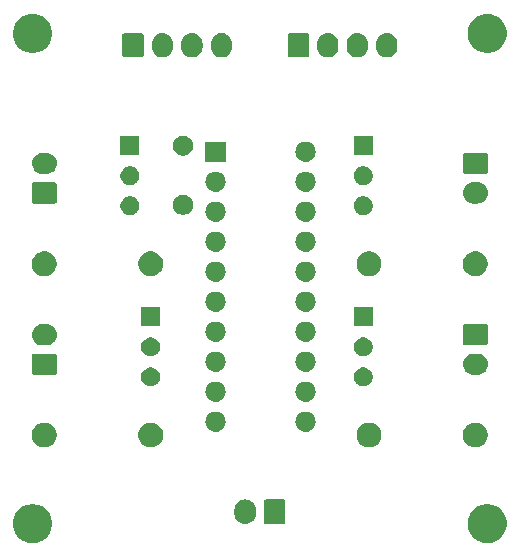
<source format=gbr>
G04 #@! TF.GenerationSoftware,KiCad,Pcbnew,(5.1.4)-1*
G04 #@! TF.CreationDate,2020-01-25T09:52:24+02:00*
G04 #@! TF.ProjectId,4_switch_array,345f7377-6974-4636-985f-61727261792e,rev?*
G04 #@! TF.SameCoordinates,Original*
G04 #@! TF.FileFunction,Soldermask,Top*
G04 #@! TF.FilePolarity,Negative*
%FSLAX46Y46*%
G04 Gerber Fmt 4.6, Leading zero omitted, Abs format (unit mm)*
G04 Created by KiCad (PCBNEW (5.1.4)-1) date 2020-01-25 09:52:24*
%MOMM*%
%LPD*%
G04 APERTURE LIST*
%ADD10C,0.100000*%
G04 APERTURE END LIST*
D10*
G36*
X166375256Y-76891298D02*
G01*
X166481579Y-76912447D01*
X166782042Y-77036903D01*
X167052451Y-77217585D01*
X167282415Y-77447549D01*
X167463097Y-77717958D01*
X167578460Y-77996468D01*
X167587553Y-78018422D01*
X167641611Y-78290186D01*
X167651000Y-78337391D01*
X167651000Y-78662609D01*
X167587553Y-78981579D01*
X167463097Y-79282042D01*
X167282415Y-79552451D01*
X167052451Y-79782415D01*
X166782042Y-79963097D01*
X166481579Y-80087553D01*
X166375256Y-80108702D01*
X166162611Y-80151000D01*
X165837389Y-80151000D01*
X165624744Y-80108702D01*
X165518421Y-80087553D01*
X165217958Y-79963097D01*
X164947549Y-79782415D01*
X164717585Y-79552451D01*
X164536903Y-79282042D01*
X164412447Y-78981579D01*
X164349000Y-78662609D01*
X164349000Y-78337391D01*
X164358390Y-78290186D01*
X164412447Y-78018422D01*
X164421541Y-77996468D01*
X164536903Y-77717958D01*
X164717585Y-77447549D01*
X164947549Y-77217585D01*
X165217958Y-77036903D01*
X165518421Y-76912447D01*
X165624744Y-76891298D01*
X165837389Y-76849000D01*
X166162611Y-76849000D01*
X166375256Y-76891298D01*
X166375256Y-76891298D01*
G37*
G36*
X127875256Y-76891298D02*
G01*
X127981579Y-76912447D01*
X128282042Y-77036903D01*
X128552451Y-77217585D01*
X128782415Y-77447549D01*
X128963097Y-77717958D01*
X129078460Y-77996468D01*
X129087553Y-78018422D01*
X129141611Y-78290186D01*
X129151000Y-78337391D01*
X129151000Y-78662609D01*
X129087553Y-78981579D01*
X128963097Y-79282042D01*
X128782415Y-79552451D01*
X128552451Y-79782415D01*
X128282042Y-79963097D01*
X127981579Y-80087553D01*
X127875256Y-80108702D01*
X127662611Y-80151000D01*
X127337389Y-80151000D01*
X127124744Y-80108702D01*
X127018421Y-80087553D01*
X126717958Y-79963097D01*
X126447549Y-79782415D01*
X126217585Y-79552451D01*
X126036903Y-79282042D01*
X125912447Y-78981579D01*
X125849000Y-78662609D01*
X125849000Y-78337391D01*
X125858390Y-78290186D01*
X125912447Y-78018422D01*
X125921541Y-77996468D01*
X126036903Y-77717958D01*
X126217585Y-77447549D01*
X126447549Y-77217585D01*
X126717958Y-77036903D01*
X127018421Y-76912447D01*
X127124744Y-76891298D01*
X127337389Y-76849000D01*
X127662611Y-76849000D01*
X127875256Y-76891298D01*
X127875256Y-76891298D01*
G37*
G36*
X145676627Y-76462037D02*
G01*
X145846466Y-76513557D01*
X146002991Y-76597222D01*
X146038729Y-76626552D01*
X146140186Y-76709814D01*
X146223448Y-76811271D01*
X146252778Y-76847009D01*
X146336443Y-77003534D01*
X146387963Y-77173374D01*
X146401000Y-77305743D01*
X146401000Y-77694258D01*
X146387963Y-77826627D01*
X146336443Y-77996466D01*
X146252778Y-78152991D01*
X146223448Y-78188729D01*
X146140186Y-78290186D01*
X146002989Y-78402779D01*
X145846467Y-78486442D01*
X145846465Y-78486443D01*
X145676626Y-78537963D01*
X145500000Y-78555359D01*
X145323373Y-78537963D01*
X145153534Y-78486443D01*
X144997009Y-78402778D01*
X144954750Y-78368097D01*
X144859814Y-78290186D01*
X144747221Y-78152989D01*
X144663558Y-77996467D01*
X144663557Y-77996465D01*
X144612037Y-77826626D01*
X144605519Y-77760442D01*
X144599000Y-77694259D01*
X144599000Y-77305740D01*
X144612037Y-77173375D01*
X144612037Y-77173373D01*
X144663557Y-77003534D01*
X144747222Y-76847009D01*
X144859815Y-76709815D01*
X144997010Y-76597222D01*
X145153535Y-76513557D01*
X145323374Y-76462037D01*
X145500000Y-76444641D01*
X145676627Y-76462037D01*
X145676627Y-76462037D01*
G37*
G36*
X148758600Y-76452989D02*
G01*
X148791652Y-76463015D01*
X148822103Y-76479292D01*
X148848799Y-76501201D01*
X148870708Y-76527897D01*
X148886985Y-76558348D01*
X148897011Y-76591400D01*
X148901000Y-76631903D01*
X148901000Y-78368097D01*
X148897011Y-78408600D01*
X148886985Y-78441652D01*
X148870708Y-78472103D01*
X148848799Y-78498799D01*
X148822103Y-78520708D01*
X148791652Y-78536985D01*
X148758600Y-78547011D01*
X148718097Y-78551000D01*
X147281903Y-78551000D01*
X147241400Y-78547011D01*
X147208348Y-78536985D01*
X147177897Y-78520708D01*
X147151201Y-78498799D01*
X147129292Y-78472103D01*
X147113015Y-78441652D01*
X147102989Y-78408600D01*
X147099000Y-78368097D01*
X147099000Y-76631903D01*
X147102989Y-76591400D01*
X147113015Y-76558348D01*
X147129292Y-76527897D01*
X147151201Y-76501201D01*
X147177897Y-76479292D01*
X147208348Y-76463015D01*
X147241400Y-76452989D01*
X147281903Y-76449000D01*
X148718097Y-76449000D01*
X148758600Y-76452989D01*
X148758600Y-76452989D01*
G37*
G36*
X165306564Y-69989389D02*
G01*
X165497833Y-70068615D01*
X165497835Y-70068616D01*
X165669973Y-70183635D01*
X165816365Y-70330027D01*
X165931385Y-70502167D01*
X166010611Y-70693436D01*
X166051000Y-70896484D01*
X166051000Y-71103516D01*
X166010611Y-71306564D01*
X165931385Y-71497833D01*
X165931384Y-71497835D01*
X165816365Y-71669973D01*
X165669973Y-71816365D01*
X165497835Y-71931384D01*
X165497834Y-71931385D01*
X165497833Y-71931385D01*
X165306564Y-72010611D01*
X165103516Y-72051000D01*
X164896484Y-72051000D01*
X164693436Y-72010611D01*
X164502167Y-71931385D01*
X164502166Y-71931385D01*
X164502165Y-71931384D01*
X164330027Y-71816365D01*
X164183635Y-71669973D01*
X164068616Y-71497835D01*
X164068615Y-71497833D01*
X163989389Y-71306564D01*
X163949000Y-71103516D01*
X163949000Y-70896484D01*
X163989389Y-70693436D01*
X164068615Y-70502167D01*
X164183635Y-70330027D01*
X164330027Y-70183635D01*
X164502165Y-70068616D01*
X164502167Y-70068615D01*
X164693436Y-69989389D01*
X164896484Y-69949000D01*
X165103516Y-69949000D01*
X165306564Y-69989389D01*
X165306564Y-69989389D01*
G37*
G36*
X128806564Y-69989389D02*
G01*
X128997833Y-70068615D01*
X128997835Y-70068616D01*
X129169973Y-70183635D01*
X129316365Y-70330027D01*
X129431385Y-70502167D01*
X129510611Y-70693436D01*
X129551000Y-70896484D01*
X129551000Y-71103516D01*
X129510611Y-71306564D01*
X129431385Y-71497833D01*
X129431384Y-71497835D01*
X129316365Y-71669973D01*
X129169973Y-71816365D01*
X128997835Y-71931384D01*
X128997834Y-71931385D01*
X128997833Y-71931385D01*
X128806564Y-72010611D01*
X128603516Y-72051000D01*
X128396484Y-72051000D01*
X128193436Y-72010611D01*
X128002167Y-71931385D01*
X128002166Y-71931385D01*
X128002165Y-71931384D01*
X127830027Y-71816365D01*
X127683635Y-71669973D01*
X127568616Y-71497835D01*
X127568615Y-71497833D01*
X127489389Y-71306564D01*
X127449000Y-71103516D01*
X127449000Y-70896484D01*
X127489389Y-70693436D01*
X127568615Y-70502167D01*
X127683635Y-70330027D01*
X127830027Y-70183635D01*
X128002165Y-70068616D01*
X128002167Y-70068615D01*
X128193436Y-69989389D01*
X128396484Y-69949000D01*
X128603516Y-69949000D01*
X128806564Y-69989389D01*
X128806564Y-69989389D01*
G37*
G36*
X137806564Y-69989389D02*
G01*
X137997833Y-70068615D01*
X137997835Y-70068616D01*
X138169973Y-70183635D01*
X138316365Y-70330027D01*
X138431385Y-70502167D01*
X138510611Y-70693436D01*
X138551000Y-70896484D01*
X138551000Y-71103516D01*
X138510611Y-71306564D01*
X138431385Y-71497833D01*
X138431384Y-71497835D01*
X138316365Y-71669973D01*
X138169973Y-71816365D01*
X137997835Y-71931384D01*
X137997834Y-71931385D01*
X137997833Y-71931385D01*
X137806564Y-72010611D01*
X137603516Y-72051000D01*
X137396484Y-72051000D01*
X137193436Y-72010611D01*
X137002167Y-71931385D01*
X137002166Y-71931385D01*
X137002165Y-71931384D01*
X136830027Y-71816365D01*
X136683635Y-71669973D01*
X136568616Y-71497835D01*
X136568615Y-71497833D01*
X136489389Y-71306564D01*
X136449000Y-71103516D01*
X136449000Y-70896484D01*
X136489389Y-70693436D01*
X136568615Y-70502167D01*
X136683635Y-70330027D01*
X136830027Y-70183635D01*
X137002165Y-70068616D01*
X137002167Y-70068615D01*
X137193436Y-69989389D01*
X137396484Y-69949000D01*
X137603516Y-69949000D01*
X137806564Y-69989389D01*
X137806564Y-69989389D01*
G37*
G36*
X156306564Y-69989389D02*
G01*
X156497833Y-70068615D01*
X156497835Y-70068616D01*
X156669973Y-70183635D01*
X156816365Y-70330027D01*
X156931385Y-70502167D01*
X157010611Y-70693436D01*
X157051000Y-70896484D01*
X157051000Y-71103516D01*
X157010611Y-71306564D01*
X156931385Y-71497833D01*
X156931384Y-71497835D01*
X156816365Y-71669973D01*
X156669973Y-71816365D01*
X156497835Y-71931384D01*
X156497834Y-71931385D01*
X156497833Y-71931385D01*
X156306564Y-72010611D01*
X156103516Y-72051000D01*
X155896484Y-72051000D01*
X155693436Y-72010611D01*
X155502167Y-71931385D01*
X155502166Y-71931385D01*
X155502165Y-71931384D01*
X155330027Y-71816365D01*
X155183635Y-71669973D01*
X155068616Y-71497835D01*
X155068615Y-71497833D01*
X154989389Y-71306564D01*
X154949000Y-71103516D01*
X154949000Y-70896484D01*
X154989389Y-70693436D01*
X155068615Y-70502167D01*
X155183635Y-70330027D01*
X155330027Y-70183635D01*
X155502165Y-70068616D01*
X155502167Y-70068615D01*
X155693436Y-69989389D01*
X155896484Y-69949000D01*
X156103516Y-69949000D01*
X156306564Y-69989389D01*
X156306564Y-69989389D01*
G37*
G36*
X143166823Y-69021313D02*
G01*
X143327242Y-69069976D01*
X143459906Y-69140886D01*
X143475078Y-69148996D01*
X143604659Y-69255341D01*
X143711004Y-69384922D01*
X143711005Y-69384924D01*
X143790024Y-69532758D01*
X143838687Y-69693177D01*
X143855117Y-69860000D01*
X143838687Y-70026823D01*
X143790024Y-70187242D01*
X143719114Y-70319906D01*
X143711004Y-70335078D01*
X143604659Y-70464659D01*
X143475078Y-70571004D01*
X143475076Y-70571005D01*
X143327242Y-70650024D01*
X143166823Y-70698687D01*
X143041804Y-70711000D01*
X142958196Y-70711000D01*
X142833177Y-70698687D01*
X142672758Y-70650024D01*
X142524924Y-70571005D01*
X142524922Y-70571004D01*
X142395341Y-70464659D01*
X142288996Y-70335078D01*
X142280886Y-70319906D01*
X142209976Y-70187242D01*
X142161313Y-70026823D01*
X142144883Y-69860000D01*
X142161313Y-69693177D01*
X142209976Y-69532758D01*
X142288995Y-69384924D01*
X142288996Y-69384922D01*
X142395341Y-69255341D01*
X142524922Y-69148996D01*
X142540094Y-69140886D01*
X142672758Y-69069976D01*
X142833177Y-69021313D01*
X142958196Y-69009000D01*
X143041804Y-69009000D01*
X143166823Y-69021313D01*
X143166823Y-69021313D01*
G37*
G36*
X150786823Y-69021313D02*
G01*
X150947242Y-69069976D01*
X151079906Y-69140886D01*
X151095078Y-69148996D01*
X151224659Y-69255341D01*
X151331004Y-69384922D01*
X151331005Y-69384924D01*
X151410024Y-69532758D01*
X151458687Y-69693177D01*
X151475117Y-69860000D01*
X151458687Y-70026823D01*
X151410024Y-70187242D01*
X151339114Y-70319906D01*
X151331004Y-70335078D01*
X151224659Y-70464659D01*
X151095078Y-70571004D01*
X151095076Y-70571005D01*
X150947242Y-70650024D01*
X150786823Y-70698687D01*
X150661804Y-70711000D01*
X150578196Y-70711000D01*
X150453177Y-70698687D01*
X150292758Y-70650024D01*
X150144924Y-70571005D01*
X150144922Y-70571004D01*
X150015341Y-70464659D01*
X149908996Y-70335078D01*
X149900886Y-70319906D01*
X149829976Y-70187242D01*
X149781313Y-70026823D01*
X149764883Y-69860000D01*
X149781313Y-69693177D01*
X149829976Y-69532758D01*
X149908995Y-69384924D01*
X149908996Y-69384922D01*
X150015341Y-69255341D01*
X150144922Y-69148996D01*
X150160094Y-69140886D01*
X150292758Y-69069976D01*
X150453177Y-69021313D01*
X150578196Y-69009000D01*
X150661804Y-69009000D01*
X150786823Y-69021313D01*
X150786823Y-69021313D01*
G37*
G36*
X143166823Y-66481313D02*
G01*
X143327242Y-66529976D01*
X143440676Y-66590608D01*
X143475078Y-66608996D01*
X143604659Y-66715341D01*
X143711004Y-66844922D01*
X143711005Y-66844924D01*
X143790024Y-66992758D01*
X143838687Y-67153177D01*
X143855117Y-67320000D01*
X143838687Y-67486823D01*
X143790024Y-67647242D01*
X143719114Y-67779906D01*
X143711004Y-67795078D01*
X143604659Y-67924659D01*
X143475078Y-68031004D01*
X143475076Y-68031005D01*
X143327242Y-68110024D01*
X143166823Y-68158687D01*
X143041804Y-68171000D01*
X142958196Y-68171000D01*
X142833177Y-68158687D01*
X142672758Y-68110024D01*
X142524924Y-68031005D01*
X142524922Y-68031004D01*
X142395341Y-67924659D01*
X142288996Y-67795078D01*
X142280886Y-67779906D01*
X142209976Y-67647242D01*
X142161313Y-67486823D01*
X142144883Y-67320000D01*
X142161313Y-67153177D01*
X142209976Y-66992758D01*
X142288995Y-66844924D01*
X142288996Y-66844922D01*
X142395341Y-66715341D01*
X142524922Y-66608996D01*
X142559324Y-66590608D01*
X142672758Y-66529976D01*
X142833177Y-66481313D01*
X142958196Y-66469000D01*
X143041804Y-66469000D01*
X143166823Y-66481313D01*
X143166823Y-66481313D01*
G37*
G36*
X150786823Y-66481313D02*
G01*
X150947242Y-66529976D01*
X151060676Y-66590608D01*
X151095078Y-66608996D01*
X151224659Y-66715341D01*
X151331004Y-66844922D01*
X151331005Y-66844924D01*
X151410024Y-66992758D01*
X151458687Y-67153177D01*
X151475117Y-67320000D01*
X151458687Y-67486823D01*
X151410024Y-67647242D01*
X151339114Y-67779906D01*
X151331004Y-67795078D01*
X151224659Y-67924659D01*
X151095078Y-68031004D01*
X151095076Y-68031005D01*
X150947242Y-68110024D01*
X150786823Y-68158687D01*
X150661804Y-68171000D01*
X150578196Y-68171000D01*
X150453177Y-68158687D01*
X150292758Y-68110024D01*
X150144924Y-68031005D01*
X150144922Y-68031004D01*
X150015341Y-67924659D01*
X149908996Y-67795078D01*
X149900886Y-67779906D01*
X149829976Y-67647242D01*
X149781313Y-67486823D01*
X149764883Y-67320000D01*
X149781313Y-67153177D01*
X149829976Y-66992758D01*
X149908995Y-66844924D01*
X149908996Y-66844922D01*
X150015341Y-66715341D01*
X150144922Y-66608996D01*
X150179324Y-66590608D01*
X150292758Y-66529976D01*
X150453177Y-66481313D01*
X150578196Y-66469000D01*
X150661804Y-66469000D01*
X150786823Y-66481313D01*
X150786823Y-66481313D01*
G37*
G36*
X155733642Y-65309781D02*
G01*
X155879414Y-65370162D01*
X155879416Y-65370163D01*
X156010608Y-65457822D01*
X156122178Y-65569392D01*
X156209837Y-65700584D01*
X156209838Y-65700586D01*
X156270219Y-65846358D01*
X156301000Y-66001107D01*
X156301000Y-66158893D01*
X156270219Y-66313642D01*
X156209838Y-66459414D01*
X156209837Y-66459416D01*
X156122178Y-66590608D01*
X156010608Y-66702178D01*
X155879416Y-66789837D01*
X155879415Y-66789838D01*
X155879414Y-66789838D01*
X155733642Y-66850219D01*
X155578893Y-66881000D01*
X155421107Y-66881000D01*
X155266358Y-66850219D01*
X155120586Y-66789838D01*
X155120585Y-66789838D01*
X155120584Y-66789837D01*
X154989392Y-66702178D01*
X154877822Y-66590608D01*
X154790163Y-66459416D01*
X154790162Y-66459414D01*
X154729781Y-66313642D01*
X154699000Y-66158893D01*
X154699000Y-66001107D01*
X154729781Y-65846358D01*
X154790162Y-65700586D01*
X154790163Y-65700584D01*
X154877822Y-65569392D01*
X154989392Y-65457822D01*
X155120584Y-65370163D01*
X155120586Y-65370162D01*
X155266358Y-65309781D01*
X155421107Y-65279000D01*
X155578893Y-65279000D01*
X155733642Y-65309781D01*
X155733642Y-65309781D01*
G37*
G36*
X137733642Y-65309781D02*
G01*
X137879414Y-65370162D01*
X137879416Y-65370163D01*
X138010608Y-65457822D01*
X138122178Y-65569392D01*
X138209837Y-65700584D01*
X138209838Y-65700586D01*
X138270219Y-65846358D01*
X138301000Y-66001107D01*
X138301000Y-66158893D01*
X138270219Y-66313642D01*
X138209838Y-66459414D01*
X138209837Y-66459416D01*
X138122178Y-66590608D01*
X138010608Y-66702178D01*
X137879416Y-66789837D01*
X137879415Y-66789838D01*
X137879414Y-66789838D01*
X137733642Y-66850219D01*
X137578893Y-66881000D01*
X137421107Y-66881000D01*
X137266358Y-66850219D01*
X137120586Y-66789838D01*
X137120585Y-66789838D01*
X137120584Y-66789837D01*
X136989392Y-66702178D01*
X136877822Y-66590608D01*
X136790163Y-66459416D01*
X136790162Y-66459414D01*
X136729781Y-66313642D01*
X136699000Y-66158893D01*
X136699000Y-66001107D01*
X136729781Y-65846358D01*
X136790162Y-65700586D01*
X136790163Y-65700584D01*
X136877822Y-65569392D01*
X136989392Y-65457822D01*
X137120584Y-65370163D01*
X137120586Y-65370162D01*
X137266358Y-65309781D01*
X137421107Y-65279000D01*
X137578893Y-65279000D01*
X137733642Y-65309781D01*
X137733642Y-65309781D01*
G37*
G36*
X129408600Y-64102989D02*
G01*
X129441652Y-64113015D01*
X129472103Y-64129292D01*
X129498799Y-64151201D01*
X129520708Y-64177897D01*
X129536985Y-64208348D01*
X129547011Y-64241400D01*
X129551000Y-64281903D01*
X129551000Y-65718097D01*
X129547011Y-65758600D01*
X129536985Y-65791652D01*
X129520708Y-65822103D01*
X129498799Y-65848799D01*
X129472103Y-65870708D01*
X129441652Y-65886985D01*
X129408600Y-65897011D01*
X129368097Y-65901000D01*
X127631903Y-65901000D01*
X127591400Y-65897011D01*
X127558348Y-65886985D01*
X127527897Y-65870708D01*
X127501201Y-65848799D01*
X127479292Y-65822103D01*
X127463015Y-65791652D01*
X127452989Y-65758600D01*
X127449000Y-65718097D01*
X127449000Y-64281903D01*
X127452989Y-64241400D01*
X127463015Y-64208348D01*
X127479292Y-64177897D01*
X127501201Y-64151201D01*
X127527897Y-64129292D01*
X127558348Y-64113015D01*
X127591400Y-64102989D01*
X127631903Y-64099000D01*
X129368097Y-64099000D01*
X129408600Y-64102989D01*
X129408600Y-64102989D01*
G37*
G36*
X165234760Y-64102989D02*
G01*
X165326627Y-64112037D01*
X165496466Y-64163557D01*
X165652991Y-64247222D01*
X165688729Y-64276552D01*
X165790186Y-64359814D01*
X165873448Y-64461271D01*
X165902778Y-64497009D01*
X165902779Y-64497011D01*
X165964871Y-64613175D01*
X165986443Y-64653534D01*
X166037963Y-64823373D01*
X166055359Y-65000000D01*
X166037963Y-65176627D01*
X165986443Y-65346466D01*
X165902778Y-65502991D01*
X165873448Y-65538729D01*
X165790186Y-65640186D01*
X165716587Y-65700586D01*
X165652991Y-65752778D01*
X165496466Y-65836443D01*
X165326627Y-65887963D01*
X165260442Y-65894482D01*
X165194260Y-65901000D01*
X164805740Y-65901000D01*
X164739558Y-65894482D01*
X164673373Y-65887963D01*
X164503534Y-65836443D01*
X164347009Y-65752778D01*
X164283413Y-65700586D01*
X164209814Y-65640186D01*
X164126552Y-65538729D01*
X164097222Y-65502991D01*
X164013557Y-65346466D01*
X163962037Y-65176627D01*
X163944641Y-65000000D01*
X163962037Y-64823373D01*
X164013557Y-64653534D01*
X164035130Y-64613175D01*
X164097221Y-64497011D01*
X164097222Y-64497009D01*
X164126552Y-64461271D01*
X164209814Y-64359814D01*
X164311271Y-64276552D01*
X164347009Y-64247222D01*
X164503534Y-64163557D01*
X164673373Y-64112037D01*
X164765240Y-64102989D01*
X164805740Y-64099000D01*
X165194260Y-64099000D01*
X165234760Y-64102989D01*
X165234760Y-64102989D01*
G37*
G36*
X143166823Y-63941313D02*
G01*
X143327242Y-63989976D01*
X143440676Y-64050608D01*
X143475078Y-64068996D01*
X143604659Y-64175341D01*
X143711004Y-64304922D01*
X143711005Y-64304924D01*
X143790024Y-64452758D01*
X143838687Y-64613177D01*
X143855117Y-64780000D01*
X143838687Y-64946823D01*
X143790024Y-65107242D01*
X143752938Y-65176625D01*
X143711004Y-65255078D01*
X143604659Y-65384659D01*
X143475078Y-65491004D01*
X143475076Y-65491005D01*
X143327242Y-65570024D01*
X143166823Y-65618687D01*
X143041804Y-65631000D01*
X142958196Y-65631000D01*
X142833177Y-65618687D01*
X142672758Y-65570024D01*
X142524924Y-65491005D01*
X142524922Y-65491004D01*
X142395341Y-65384659D01*
X142288996Y-65255078D01*
X142247062Y-65176625D01*
X142209976Y-65107242D01*
X142161313Y-64946823D01*
X142144883Y-64780000D01*
X142161313Y-64613177D01*
X142209976Y-64452758D01*
X142288995Y-64304924D01*
X142288996Y-64304922D01*
X142395341Y-64175341D01*
X142524922Y-64068996D01*
X142559324Y-64050608D01*
X142672758Y-63989976D01*
X142833177Y-63941313D01*
X142958196Y-63929000D01*
X143041804Y-63929000D01*
X143166823Y-63941313D01*
X143166823Y-63941313D01*
G37*
G36*
X150786823Y-63941313D02*
G01*
X150947242Y-63989976D01*
X151060676Y-64050608D01*
X151095078Y-64068996D01*
X151224659Y-64175341D01*
X151331004Y-64304922D01*
X151331005Y-64304924D01*
X151410024Y-64452758D01*
X151458687Y-64613177D01*
X151475117Y-64780000D01*
X151458687Y-64946823D01*
X151410024Y-65107242D01*
X151372938Y-65176625D01*
X151331004Y-65255078D01*
X151224659Y-65384659D01*
X151095078Y-65491004D01*
X151095076Y-65491005D01*
X150947242Y-65570024D01*
X150786823Y-65618687D01*
X150661804Y-65631000D01*
X150578196Y-65631000D01*
X150453177Y-65618687D01*
X150292758Y-65570024D01*
X150144924Y-65491005D01*
X150144922Y-65491004D01*
X150015341Y-65384659D01*
X149908996Y-65255078D01*
X149867062Y-65176625D01*
X149829976Y-65107242D01*
X149781313Y-64946823D01*
X149764883Y-64780000D01*
X149781313Y-64613177D01*
X149829976Y-64452758D01*
X149908995Y-64304924D01*
X149908996Y-64304922D01*
X150015341Y-64175341D01*
X150144922Y-64068996D01*
X150179324Y-64050608D01*
X150292758Y-63989976D01*
X150453177Y-63941313D01*
X150578196Y-63929000D01*
X150661804Y-63929000D01*
X150786823Y-63941313D01*
X150786823Y-63941313D01*
G37*
G36*
X137733642Y-62769781D02*
G01*
X137879414Y-62830162D01*
X137879416Y-62830163D01*
X138010608Y-62917822D01*
X138122178Y-63029392D01*
X138209837Y-63160584D01*
X138209838Y-63160586D01*
X138270219Y-63306358D01*
X138301000Y-63461107D01*
X138301000Y-63618893D01*
X138270219Y-63773642D01*
X138209838Y-63919414D01*
X138209837Y-63919416D01*
X138122178Y-64050608D01*
X138010608Y-64162178D01*
X137879416Y-64249837D01*
X137879415Y-64249838D01*
X137879414Y-64249838D01*
X137733642Y-64310219D01*
X137578893Y-64341000D01*
X137421107Y-64341000D01*
X137266358Y-64310219D01*
X137120586Y-64249838D01*
X137120585Y-64249838D01*
X137120584Y-64249837D01*
X136989392Y-64162178D01*
X136877822Y-64050608D01*
X136790163Y-63919416D01*
X136790162Y-63919414D01*
X136729781Y-63773642D01*
X136699000Y-63618893D01*
X136699000Y-63461107D01*
X136729781Y-63306358D01*
X136790162Y-63160586D01*
X136790163Y-63160584D01*
X136877822Y-63029392D01*
X136989392Y-62917822D01*
X137120584Y-62830163D01*
X137120586Y-62830162D01*
X137266358Y-62769781D01*
X137421107Y-62739000D01*
X137578893Y-62739000D01*
X137733642Y-62769781D01*
X137733642Y-62769781D01*
G37*
G36*
X155733642Y-62769781D02*
G01*
X155879414Y-62830162D01*
X155879416Y-62830163D01*
X156010608Y-62917822D01*
X156122178Y-63029392D01*
X156209837Y-63160584D01*
X156209838Y-63160586D01*
X156270219Y-63306358D01*
X156301000Y-63461107D01*
X156301000Y-63618893D01*
X156270219Y-63773642D01*
X156209838Y-63919414D01*
X156209837Y-63919416D01*
X156122178Y-64050608D01*
X156010608Y-64162178D01*
X155879416Y-64249837D01*
X155879415Y-64249838D01*
X155879414Y-64249838D01*
X155733642Y-64310219D01*
X155578893Y-64341000D01*
X155421107Y-64341000D01*
X155266358Y-64310219D01*
X155120586Y-64249838D01*
X155120585Y-64249838D01*
X155120584Y-64249837D01*
X154989392Y-64162178D01*
X154877822Y-64050608D01*
X154790163Y-63919416D01*
X154790162Y-63919414D01*
X154729781Y-63773642D01*
X154699000Y-63618893D01*
X154699000Y-63461107D01*
X154729781Y-63306358D01*
X154790162Y-63160586D01*
X154790163Y-63160584D01*
X154877822Y-63029392D01*
X154989392Y-62917822D01*
X155120584Y-62830163D01*
X155120586Y-62830162D01*
X155266358Y-62769781D01*
X155421107Y-62739000D01*
X155578893Y-62739000D01*
X155733642Y-62769781D01*
X155733642Y-62769781D01*
G37*
G36*
X165908600Y-61602989D02*
G01*
X165941652Y-61613015D01*
X165972103Y-61629292D01*
X165998799Y-61651201D01*
X166020708Y-61677897D01*
X166036985Y-61708348D01*
X166047011Y-61741400D01*
X166051000Y-61781903D01*
X166051000Y-63218097D01*
X166047011Y-63258600D01*
X166036985Y-63291652D01*
X166020708Y-63322103D01*
X165998799Y-63348799D01*
X165972103Y-63370708D01*
X165941652Y-63386985D01*
X165908600Y-63397011D01*
X165868097Y-63401000D01*
X164131903Y-63401000D01*
X164091400Y-63397011D01*
X164058348Y-63386985D01*
X164027897Y-63370708D01*
X164001201Y-63348799D01*
X163979292Y-63322103D01*
X163963015Y-63291652D01*
X163952989Y-63258600D01*
X163949000Y-63218097D01*
X163949000Y-61781903D01*
X163952989Y-61741400D01*
X163963015Y-61708348D01*
X163979292Y-61677897D01*
X164001201Y-61651201D01*
X164027897Y-61629292D01*
X164058348Y-61613015D01*
X164091400Y-61602989D01*
X164131903Y-61599000D01*
X165868097Y-61599000D01*
X165908600Y-61602989D01*
X165908600Y-61602989D01*
G37*
G36*
X128734760Y-61602989D02*
G01*
X128826627Y-61612037D01*
X128996466Y-61663557D01*
X129152991Y-61747222D01*
X129188729Y-61776552D01*
X129290186Y-61859814D01*
X129373448Y-61961271D01*
X129402778Y-61997009D01*
X129486443Y-62153534D01*
X129537963Y-62323373D01*
X129555359Y-62500000D01*
X129537963Y-62676627D01*
X129486443Y-62846466D01*
X129402778Y-63002991D01*
X129373448Y-63038729D01*
X129290186Y-63140186D01*
X129195250Y-63218097D01*
X129152991Y-63252778D01*
X128996466Y-63336443D01*
X128826627Y-63387963D01*
X128760442Y-63394482D01*
X128694260Y-63401000D01*
X128305740Y-63401000D01*
X128239558Y-63394482D01*
X128173373Y-63387963D01*
X128003534Y-63336443D01*
X127847009Y-63252778D01*
X127804750Y-63218097D01*
X127709814Y-63140186D01*
X127626552Y-63038729D01*
X127597222Y-63002991D01*
X127513557Y-62846466D01*
X127462037Y-62676627D01*
X127444641Y-62500000D01*
X127462037Y-62323373D01*
X127513557Y-62153534D01*
X127597222Y-61997009D01*
X127626552Y-61961271D01*
X127709814Y-61859814D01*
X127811271Y-61776552D01*
X127847009Y-61747222D01*
X128003534Y-61663557D01*
X128173373Y-61612037D01*
X128265240Y-61602989D01*
X128305740Y-61599000D01*
X128694260Y-61599000D01*
X128734760Y-61602989D01*
X128734760Y-61602989D01*
G37*
G36*
X150786823Y-61401313D02*
G01*
X150947242Y-61449976D01*
X151079906Y-61520886D01*
X151095078Y-61528996D01*
X151224659Y-61635341D01*
X151331004Y-61764922D01*
X151331005Y-61764924D01*
X151410024Y-61912758D01*
X151458687Y-62073177D01*
X151475117Y-62240000D01*
X151458687Y-62406823D01*
X151410024Y-62567242D01*
X151351556Y-62676627D01*
X151331004Y-62715078D01*
X151224659Y-62844659D01*
X151095078Y-62951004D01*
X151095076Y-62951005D01*
X150947242Y-63030024D01*
X150786823Y-63078687D01*
X150661804Y-63091000D01*
X150578196Y-63091000D01*
X150453177Y-63078687D01*
X150292758Y-63030024D01*
X150144924Y-62951005D01*
X150144922Y-62951004D01*
X150015341Y-62844659D01*
X149908996Y-62715078D01*
X149888444Y-62676627D01*
X149829976Y-62567242D01*
X149781313Y-62406823D01*
X149764883Y-62240000D01*
X149781313Y-62073177D01*
X149829976Y-61912758D01*
X149908995Y-61764924D01*
X149908996Y-61764922D01*
X150015341Y-61635341D01*
X150144922Y-61528996D01*
X150160094Y-61520886D01*
X150292758Y-61449976D01*
X150453177Y-61401313D01*
X150578196Y-61389000D01*
X150661804Y-61389000D01*
X150786823Y-61401313D01*
X150786823Y-61401313D01*
G37*
G36*
X143166823Y-61401313D02*
G01*
X143327242Y-61449976D01*
X143459906Y-61520886D01*
X143475078Y-61528996D01*
X143604659Y-61635341D01*
X143711004Y-61764922D01*
X143711005Y-61764924D01*
X143790024Y-61912758D01*
X143838687Y-62073177D01*
X143855117Y-62240000D01*
X143838687Y-62406823D01*
X143790024Y-62567242D01*
X143731556Y-62676627D01*
X143711004Y-62715078D01*
X143604659Y-62844659D01*
X143475078Y-62951004D01*
X143475076Y-62951005D01*
X143327242Y-63030024D01*
X143166823Y-63078687D01*
X143041804Y-63091000D01*
X142958196Y-63091000D01*
X142833177Y-63078687D01*
X142672758Y-63030024D01*
X142524924Y-62951005D01*
X142524922Y-62951004D01*
X142395341Y-62844659D01*
X142288996Y-62715078D01*
X142268444Y-62676627D01*
X142209976Y-62567242D01*
X142161313Y-62406823D01*
X142144883Y-62240000D01*
X142161313Y-62073177D01*
X142209976Y-61912758D01*
X142288995Y-61764924D01*
X142288996Y-61764922D01*
X142395341Y-61635341D01*
X142524922Y-61528996D01*
X142540094Y-61520886D01*
X142672758Y-61449976D01*
X142833177Y-61401313D01*
X142958196Y-61389000D01*
X143041804Y-61389000D01*
X143166823Y-61401313D01*
X143166823Y-61401313D01*
G37*
G36*
X138301000Y-61801000D02*
G01*
X136699000Y-61801000D01*
X136699000Y-60199000D01*
X138301000Y-60199000D01*
X138301000Y-61801000D01*
X138301000Y-61801000D01*
G37*
G36*
X156301000Y-61801000D02*
G01*
X154699000Y-61801000D01*
X154699000Y-60199000D01*
X156301000Y-60199000D01*
X156301000Y-61801000D01*
X156301000Y-61801000D01*
G37*
G36*
X150786823Y-58861313D02*
G01*
X150947242Y-58909976D01*
X151079906Y-58980886D01*
X151095078Y-58988996D01*
X151224659Y-59095341D01*
X151331004Y-59224922D01*
X151331005Y-59224924D01*
X151410024Y-59372758D01*
X151458687Y-59533177D01*
X151475117Y-59700000D01*
X151458687Y-59866823D01*
X151410024Y-60027242D01*
X151339114Y-60159906D01*
X151331004Y-60175078D01*
X151224659Y-60304659D01*
X151095078Y-60411004D01*
X151095076Y-60411005D01*
X150947242Y-60490024D01*
X150786823Y-60538687D01*
X150661804Y-60551000D01*
X150578196Y-60551000D01*
X150453177Y-60538687D01*
X150292758Y-60490024D01*
X150144924Y-60411005D01*
X150144922Y-60411004D01*
X150015341Y-60304659D01*
X149908996Y-60175078D01*
X149900886Y-60159906D01*
X149829976Y-60027242D01*
X149781313Y-59866823D01*
X149764883Y-59700000D01*
X149781313Y-59533177D01*
X149829976Y-59372758D01*
X149908995Y-59224924D01*
X149908996Y-59224922D01*
X150015341Y-59095341D01*
X150144922Y-58988996D01*
X150160094Y-58980886D01*
X150292758Y-58909976D01*
X150453177Y-58861313D01*
X150578196Y-58849000D01*
X150661804Y-58849000D01*
X150786823Y-58861313D01*
X150786823Y-58861313D01*
G37*
G36*
X143166823Y-58861313D02*
G01*
X143327242Y-58909976D01*
X143459906Y-58980886D01*
X143475078Y-58988996D01*
X143604659Y-59095341D01*
X143711004Y-59224922D01*
X143711005Y-59224924D01*
X143790024Y-59372758D01*
X143838687Y-59533177D01*
X143855117Y-59700000D01*
X143838687Y-59866823D01*
X143790024Y-60027242D01*
X143719114Y-60159906D01*
X143711004Y-60175078D01*
X143604659Y-60304659D01*
X143475078Y-60411004D01*
X143475076Y-60411005D01*
X143327242Y-60490024D01*
X143166823Y-60538687D01*
X143041804Y-60551000D01*
X142958196Y-60551000D01*
X142833177Y-60538687D01*
X142672758Y-60490024D01*
X142524924Y-60411005D01*
X142524922Y-60411004D01*
X142395341Y-60304659D01*
X142288996Y-60175078D01*
X142280886Y-60159906D01*
X142209976Y-60027242D01*
X142161313Y-59866823D01*
X142144883Y-59700000D01*
X142161313Y-59533177D01*
X142209976Y-59372758D01*
X142288995Y-59224924D01*
X142288996Y-59224922D01*
X142395341Y-59095341D01*
X142524922Y-58988996D01*
X142540094Y-58980886D01*
X142672758Y-58909976D01*
X142833177Y-58861313D01*
X142958196Y-58849000D01*
X143041804Y-58849000D01*
X143166823Y-58861313D01*
X143166823Y-58861313D01*
G37*
G36*
X143166823Y-56321313D02*
G01*
X143327242Y-56369976D01*
X143459906Y-56440886D01*
X143475078Y-56448996D01*
X143604659Y-56555341D01*
X143711004Y-56684922D01*
X143711005Y-56684924D01*
X143790024Y-56832758D01*
X143838687Y-56993177D01*
X143855117Y-57160000D01*
X143838687Y-57326823D01*
X143790024Y-57487242D01*
X143719114Y-57619906D01*
X143711004Y-57635078D01*
X143604659Y-57764659D01*
X143475078Y-57871004D01*
X143475076Y-57871005D01*
X143327242Y-57950024D01*
X143166823Y-57998687D01*
X143041804Y-58011000D01*
X142958196Y-58011000D01*
X142833177Y-57998687D01*
X142672758Y-57950024D01*
X142524924Y-57871005D01*
X142524922Y-57871004D01*
X142395341Y-57764659D01*
X142288996Y-57635078D01*
X142280886Y-57619906D01*
X142209976Y-57487242D01*
X142161313Y-57326823D01*
X142144883Y-57160000D01*
X142161313Y-56993177D01*
X142209976Y-56832758D01*
X142288995Y-56684924D01*
X142288996Y-56684922D01*
X142395341Y-56555341D01*
X142524922Y-56448996D01*
X142540094Y-56440886D01*
X142672758Y-56369976D01*
X142833177Y-56321313D01*
X142958196Y-56309000D01*
X143041804Y-56309000D01*
X143166823Y-56321313D01*
X143166823Y-56321313D01*
G37*
G36*
X150786823Y-56321313D02*
G01*
X150947242Y-56369976D01*
X151079906Y-56440886D01*
X151095078Y-56448996D01*
X151224659Y-56555341D01*
X151331004Y-56684922D01*
X151331005Y-56684924D01*
X151410024Y-56832758D01*
X151458687Y-56993177D01*
X151475117Y-57160000D01*
X151458687Y-57326823D01*
X151410024Y-57487242D01*
X151339114Y-57619906D01*
X151331004Y-57635078D01*
X151224659Y-57764659D01*
X151095078Y-57871004D01*
X151095076Y-57871005D01*
X150947242Y-57950024D01*
X150786823Y-57998687D01*
X150661804Y-58011000D01*
X150578196Y-58011000D01*
X150453177Y-57998687D01*
X150292758Y-57950024D01*
X150144924Y-57871005D01*
X150144922Y-57871004D01*
X150015341Y-57764659D01*
X149908996Y-57635078D01*
X149900886Y-57619906D01*
X149829976Y-57487242D01*
X149781313Y-57326823D01*
X149764883Y-57160000D01*
X149781313Y-56993177D01*
X149829976Y-56832758D01*
X149908995Y-56684924D01*
X149908996Y-56684922D01*
X150015341Y-56555341D01*
X150144922Y-56448996D01*
X150160094Y-56440886D01*
X150292758Y-56369976D01*
X150453177Y-56321313D01*
X150578196Y-56309000D01*
X150661804Y-56309000D01*
X150786823Y-56321313D01*
X150786823Y-56321313D01*
G37*
G36*
X137806564Y-55489389D02*
G01*
X137997833Y-55568615D01*
X137997835Y-55568616D01*
X138169973Y-55683635D01*
X138316365Y-55830027D01*
X138431385Y-56002167D01*
X138510611Y-56193436D01*
X138551000Y-56396484D01*
X138551000Y-56603516D01*
X138510611Y-56806564D01*
X138431385Y-56997833D01*
X138431384Y-56997835D01*
X138316365Y-57169973D01*
X138169973Y-57316365D01*
X137997835Y-57431384D01*
X137997834Y-57431385D01*
X137997833Y-57431385D01*
X137806564Y-57510611D01*
X137603516Y-57551000D01*
X137396484Y-57551000D01*
X137193436Y-57510611D01*
X137002167Y-57431385D01*
X137002166Y-57431385D01*
X137002165Y-57431384D01*
X136830027Y-57316365D01*
X136683635Y-57169973D01*
X136568616Y-56997835D01*
X136568615Y-56997833D01*
X136489389Y-56806564D01*
X136449000Y-56603516D01*
X136449000Y-56396484D01*
X136489389Y-56193436D01*
X136568615Y-56002167D01*
X136683635Y-55830027D01*
X136830027Y-55683635D01*
X137002165Y-55568616D01*
X137002167Y-55568615D01*
X137193436Y-55489389D01*
X137396484Y-55449000D01*
X137603516Y-55449000D01*
X137806564Y-55489389D01*
X137806564Y-55489389D01*
G37*
G36*
X128806564Y-55489389D02*
G01*
X128997833Y-55568615D01*
X128997835Y-55568616D01*
X129169973Y-55683635D01*
X129316365Y-55830027D01*
X129431385Y-56002167D01*
X129510611Y-56193436D01*
X129551000Y-56396484D01*
X129551000Y-56603516D01*
X129510611Y-56806564D01*
X129431385Y-56997833D01*
X129431384Y-56997835D01*
X129316365Y-57169973D01*
X129169973Y-57316365D01*
X128997835Y-57431384D01*
X128997834Y-57431385D01*
X128997833Y-57431385D01*
X128806564Y-57510611D01*
X128603516Y-57551000D01*
X128396484Y-57551000D01*
X128193436Y-57510611D01*
X128002167Y-57431385D01*
X128002166Y-57431385D01*
X128002165Y-57431384D01*
X127830027Y-57316365D01*
X127683635Y-57169973D01*
X127568616Y-56997835D01*
X127568615Y-56997833D01*
X127489389Y-56806564D01*
X127449000Y-56603516D01*
X127449000Y-56396484D01*
X127489389Y-56193436D01*
X127568615Y-56002167D01*
X127683635Y-55830027D01*
X127830027Y-55683635D01*
X128002165Y-55568616D01*
X128002167Y-55568615D01*
X128193436Y-55489389D01*
X128396484Y-55449000D01*
X128603516Y-55449000D01*
X128806564Y-55489389D01*
X128806564Y-55489389D01*
G37*
G36*
X165306564Y-55489389D02*
G01*
X165497833Y-55568615D01*
X165497835Y-55568616D01*
X165669973Y-55683635D01*
X165816365Y-55830027D01*
X165931385Y-56002167D01*
X166010611Y-56193436D01*
X166051000Y-56396484D01*
X166051000Y-56603516D01*
X166010611Y-56806564D01*
X165931385Y-56997833D01*
X165931384Y-56997835D01*
X165816365Y-57169973D01*
X165669973Y-57316365D01*
X165497835Y-57431384D01*
X165497834Y-57431385D01*
X165497833Y-57431385D01*
X165306564Y-57510611D01*
X165103516Y-57551000D01*
X164896484Y-57551000D01*
X164693436Y-57510611D01*
X164502167Y-57431385D01*
X164502166Y-57431385D01*
X164502165Y-57431384D01*
X164330027Y-57316365D01*
X164183635Y-57169973D01*
X164068616Y-56997835D01*
X164068615Y-56997833D01*
X163989389Y-56806564D01*
X163949000Y-56603516D01*
X163949000Y-56396484D01*
X163989389Y-56193436D01*
X164068615Y-56002167D01*
X164183635Y-55830027D01*
X164330027Y-55683635D01*
X164502165Y-55568616D01*
X164502167Y-55568615D01*
X164693436Y-55489389D01*
X164896484Y-55449000D01*
X165103516Y-55449000D01*
X165306564Y-55489389D01*
X165306564Y-55489389D01*
G37*
G36*
X156306564Y-55489389D02*
G01*
X156497833Y-55568615D01*
X156497835Y-55568616D01*
X156669973Y-55683635D01*
X156816365Y-55830027D01*
X156931385Y-56002167D01*
X157010611Y-56193436D01*
X157051000Y-56396484D01*
X157051000Y-56603516D01*
X157010611Y-56806564D01*
X156931385Y-56997833D01*
X156931384Y-56997835D01*
X156816365Y-57169973D01*
X156669973Y-57316365D01*
X156497835Y-57431384D01*
X156497834Y-57431385D01*
X156497833Y-57431385D01*
X156306564Y-57510611D01*
X156103516Y-57551000D01*
X155896484Y-57551000D01*
X155693436Y-57510611D01*
X155502167Y-57431385D01*
X155502166Y-57431385D01*
X155502165Y-57431384D01*
X155330027Y-57316365D01*
X155183635Y-57169973D01*
X155068616Y-56997835D01*
X155068615Y-56997833D01*
X154989389Y-56806564D01*
X154949000Y-56603516D01*
X154949000Y-56396484D01*
X154989389Y-56193436D01*
X155068615Y-56002167D01*
X155183635Y-55830027D01*
X155330027Y-55683635D01*
X155502165Y-55568616D01*
X155502167Y-55568615D01*
X155693436Y-55489389D01*
X155896484Y-55449000D01*
X156103516Y-55449000D01*
X156306564Y-55489389D01*
X156306564Y-55489389D01*
G37*
G36*
X143166823Y-53781313D02*
G01*
X143327242Y-53829976D01*
X143459906Y-53900886D01*
X143475078Y-53908996D01*
X143604659Y-54015341D01*
X143711004Y-54144922D01*
X143711005Y-54144924D01*
X143790024Y-54292758D01*
X143838687Y-54453177D01*
X143855117Y-54620000D01*
X143838687Y-54786823D01*
X143790024Y-54947242D01*
X143719114Y-55079906D01*
X143711004Y-55095078D01*
X143604659Y-55224659D01*
X143475078Y-55331004D01*
X143475076Y-55331005D01*
X143327242Y-55410024D01*
X143166823Y-55458687D01*
X143041804Y-55471000D01*
X142958196Y-55471000D01*
X142833177Y-55458687D01*
X142672758Y-55410024D01*
X142524924Y-55331005D01*
X142524922Y-55331004D01*
X142395341Y-55224659D01*
X142288996Y-55095078D01*
X142280886Y-55079906D01*
X142209976Y-54947242D01*
X142161313Y-54786823D01*
X142144883Y-54620000D01*
X142161313Y-54453177D01*
X142209976Y-54292758D01*
X142288995Y-54144924D01*
X142288996Y-54144922D01*
X142395341Y-54015341D01*
X142524922Y-53908996D01*
X142540094Y-53900886D01*
X142672758Y-53829976D01*
X142833177Y-53781313D01*
X142958196Y-53769000D01*
X143041804Y-53769000D01*
X143166823Y-53781313D01*
X143166823Y-53781313D01*
G37*
G36*
X150786823Y-53781313D02*
G01*
X150947242Y-53829976D01*
X151079906Y-53900886D01*
X151095078Y-53908996D01*
X151224659Y-54015341D01*
X151331004Y-54144922D01*
X151331005Y-54144924D01*
X151410024Y-54292758D01*
X151458687Y-54453177D01*
X151475117Y-54620000D01*
X151458687Y-54786823D01*
X151410024Y-54947242D01*
X151339114Y-55079906D01*
X151331004Y-55095078D01*
X151224659Y-55224659D01*
X151095078Y-55331004D01*
X151095076Y-55331005D01*
X150947242Y-55410024D01*
X150786823Y-55458687D01*
X150661804Y-55471000D01*
X150578196Y-55471000D01*
X150453177Y-55458687D01*
X150292758Y-55410024D01*
X150144924Y-55331005D01*
X150144922Y-55331004D01*
X150015341Y-55224659D01*
X149908996Y-55095078D01*
X149900886Y-55079906D01*
X149829976Y-54947242D01*
X149781313Y-54786823D01*
X149764883Y-54620000D01*
X149781313Y-54453177D01*
X149829976Y-54292758D01*
X149908995Y-54144924D01*
X149908996Y-54144922D01*
X150015341Y-54015341D01*
X150144922Y-53908996D01*
X150160094Y-53900886D01*
X150292758Y-53829976D01*
X150453177Y-53781313D01*
X150578196Y-53769000D01*
X150661804Y-53769000D01*
X150786823Y-53781313D01*
X150786823Y-53781313D01*
G37*
G36*
X150786823Y-51241313D02*
G01*
X150917380Y-51280917D01*
X150924991Y-51283226D01*
X150947242Y-51289976D01*
X151052723Y-51346357D01*
X151095078Y-51368996D01*
X151224659Y-51475341D01*
X151331004Y-51604922D01*
X151331005Y-51604924D01*
X151410024Y-51752758D01*
X151458687Y-51913177D01*
X151475117Y-52080000D01*
X151458687Y-52246823D01*
X151445638Y-52289838D01*
X151417985Y-52381000D01*
X151410024Y-52407242D01*
X151339114Y-52539906D01*
X151331004Y-52555078D01*
X151224659Y-52684659D01*
X151095078Y-52791004D01*
X151095076Y-52791005D01*
X150947242Y-52870024D01*
X150786823Y-52918687D01*
X150661804Y-52931000D01*
X150578196Y-52931000D01*
X150453177Y-52918687D01*
X150292758Y-52870024D01*
X150144924Y-52791005D01*
X150144922Y-52791004D01*
X150015341Y-52684659D01*
X149908996Y-52555078D01*
X149900886Y-52539906D01*
X149829976Y-52407242D01*
X149822016Y-52381000D01*
X149794362Y-52289838D01*
X149781313Y-52246823D01*
X149764883Y-52080000D01*
X149781313Y-51913177D01*
X149829976Y-51752758D01*
X149908995Y-51604924D01*
X149908996Y-51604922D01*
X150015341Y-51475341D01*
X150144922Y-51368996D01*
X150187277Y-51346357D01*
X150292758Y-51289976D01*
X150315010Y-51283226D01*
X150322620Y-51280917D01*
X150453177Y-51241313D01*
X150578196Y-51229000D01*
X150661804Y-51229000D01*
X150786823Y-51241313D01*
X150786823Y-51241313D01*
G37*
G36*
X143166823Y-51241313D02*
G01*
X143297380Y-51280917D01*
X143304991Y-51283226D01*
X143327242Y-51289976D01*
X143432723Y-51346357D01*
X143475078Y-51368996D01*
X143604659Y-51475341D01*
X143711004Y-51604922D01*
X143711005Y-51604924D01*
X143790024Y-51752758D01*
X143838687Y-51913177D01*
X143855117Y-52080000D01*
X143838687Y-52246823D01*
X143825638Y-52289838D01*
X143797985Y-52381000D01*
X143790024Y-52407242D01*
X143719114Y-52539906D01*
X143711004Y-52555078D01*
X143604659Y-52684659D01*
X143475078Y-52791004D01*
X143475076Y-52791005D01*
X143327242Y-52870024D01*
X143166823Y-52918687D01*
X143041804Y-52931000D01*
X142958196Y-52931000D01*
X142833177Y-52918687D01*
X142672758Y-52870024D01*
X142524924Y-52791005D01*
X142524922Y-52791004D01*
X142395341Y-52684659D01*
X142288996Y-52555078D01*
X142280886Y-52539906D01*
X142209976Y-52407242D01*
X142202016Y-52381000D01*
X142174362Y-52289838D01*
X142161313Y-52246823D01*
X142144883Y-52080000D01*
X142161313Y-51913177D01*
X142209976Y-51752758D01*
X142288995Y-51604924D01*
X142288996Y-51604922D01*
X142395341Y-51475341D01*
X142524922Y-51368996D01*
X142567277Y-51346357D01*
X142672758Y-51289976D01*
X142695010Y-51283226D01*
X142702620Y-51280917D01*
X142833177Y-51241313D01*
X142958196Y-51229000D01*
X143041804Y-51229000D01*
X143166823Y-51241313D01*
X143166823Y-51241313D01*
G37*
G36*
X135983642Y-50809781D02*
G01*
X136129414Y-50870162D01*
X136129416Y-50870163D01*
X136260608Y-50957822D01*
X136372178Y-51069392D01*
X136459837Y-51200584D01*
X136459838Y-51200586D01*
X136520219Y-51346358D01*
X136551000Y-51501107D01*
X136551000Y-51658893D01*
X136520219Y-51813642D01*
X136483165Y-51903097D01*
X136459837Y-51959416D01*
X136372178Y-52090608D01*
X136260608Y-52202178D01*
X136129416Y-52289837D01*
X136129415Y-52289838D01*
X136129414Y-52289838D01*
X135983642Y-52350219D01*
X135828893Y-52381000D01*
X135671107Y-52381000D01*
X135516358Y-52350219D01*
X135370586Y-52289838D01*
X135370585Y-52289838D01*
X135370584Y-52289837D01*
X135239392Y-52202178D01*
X135127822Y-52090608D01*
X135040163Y-51959416D01*
X135016835Y-51903097D01*
X134979781Y-51813642D01*
X134949000Y-51658893D01*
X134949000Y-51501107D01*
X134979781Y-51346358D01*
X135040162Y-51200586D01*
X135040163Y-51200584D01*
X135127822Y-51069392D01*
X135239392Y-50957822D01*
X135370584Y-50870163D01*
X135370586Y-50870162D01*
X135516358Y-50809781D01*
X135671107Y-50779000D01*
X135828893Y-50779000D01*
X135983642Y-50809781D01*
X135983642Y-50809781D01*
G37*
G36*
X155733642Y-50809781D02*
G01*
X155879414Y-50870162D01*
X155879416Y-50870163D01*
X156010608Y-50957822D01*
X156122178Y-51069392D01*
X156209837Y-51200584D01*
X156209838Y-51200586D01*
X156270219Y-51346358D01*
X156301000Y-51501107D01*
X156301000Y-51658893D01*
X156270219Y-51813642D01*
X156233165Y-51903097D01*
X156209837Y-51959416D01*
X156122178Y-52090608D01*
X156010608Y-52202178D01*
X155879416Y-52289837D01*
X155879415Y-52289838D01*
X155879414Y-52289838D01*
X155733642Y-52350219D01*
X155578893Y-52381000D01*
X155421107Y-52381000D01*
X155266358Y-52350219D01*
X155120586Y-52289838D01*
X155120585Y-52289838D01*
X155120584Y-52289837D01*
X154989392Y-52202178D01*
X154877822Y-52090608D01*
X154790163Y-51959416D01*
X154766835Y-51903097D01*
X154729781Y-51813642D01*
X154699000Y-51658893D01*
X154699000Y-51501107D01*
X154729781Y-51346358D01*
X154790162Y-51200586D01*
X154790163Y-51200584D01*
X154877822Y-51069392D01*
X154989392Y-50957822D01*
X155120584Y-50870163D01*
X155120586Y-50870162D01*
X155266358Y-50809781D01*
X155421107Y-50779000D01*
X155578893Y-50779000D01*
X155733642Y-50809781D01*
X155733642Y-50809781D01*
G37*
G36*
X140498228Y-50681703D02*
G01*
X140653100Y-50745853D01*
X140792481Y-50838985D01*
X140911015Y-50957519D01*
X141004147Y-51096900D01*
X141068297Y-51251772D01*
X141101000Y-51416184D01*
X141101000Y-51583816D01*
X141068297Y-51748228D01*
X141004147Y-51903100D01*
X140911015Y-52042481D01*
X140792481Y-52161015D01*
X140653100Y-52254147D01*
X140498228Y-52318297D01*
X140333816Y-52351000D01*
X140166184Y-52351000D01*
X140001772Y-52318297D01*
X139846900Y-52254147D01*
X139707519Y-52161015D01*
X139588985Y-52042481D01*
X139495853Y-51903100D01*
X139431703Y-51748228D01*
X139399000Y-51583816D01*
X139399000Y-51416184D01*
X139431703Y-51251772D01*
X139495853Y-51096900D01*
X139588985Y-50957519D01*
X139707519Y-50838985D01*
X139846900Y-50745853D01*
X140001772Y-50681703D01*
X140166184Y-50649000D01*
X140333816Y-50649000D01*
X140498228Y-50681703D01*
X140498228Y-50681703D01*
G37*
G36*
X129408600Y-49602989D02*
G01*
X129441652Y-49613015D01*
X129472103Y-49629292D01*
X129498799Y-49651201D01*
X129520708Y-49677897D01*
X129536985Y-49708348D01*
X129547011Y-49741400D01*
X129551000Y-49781903D01*
X129551000Y-51218097D01*
X129547011Y-51258600D01*
X129536985Y-51291652D01*
X129520708Y-51322103D01*
X129498799Y-51348799D01*
X129472103Y-51370708D01*
X129441652Y-51386985D01*
X129408600Y-51397011D01*
X129368097Y-51401000D01*
X127631903Y-51401000D01*
X127591400Y-51397011D01*
X127558348Y-51386985D01*
X127527897Y-51370708D01*
X127501201Y-51348799D01*
X127479292Y-51322103D01*
X127463015Y-51291652D01*
X127452989Y-51258600D01*
X127449000Y-51218097D01*
X127449000Y-49781903D01*
X127452989Y-49741400D01*
X127463015Y-49708348D01*
X127479292Y-49677897D01*
X127501201Y-49651201D01*
X127527897Y-49629292D01*
X127558348Y-49613015D01*
X127591400Y-49602989D01*
X127631903Y-49599000D01*
X129368097Y-49599000D01*
X129408600Y-49602989D01*
X129408600Y-49602989D01*
G37*
G36*
X165234760Y-49602989D02*
G01*
X165326627Y-49612037D01*
X165496466Y-49663557D01*
X165652991Y-49747222D01*
X165688729Y-49776552D01*
X165790186Y-49859814D01*
X165873448Y-49961271D01*
X165902778Y-49997009D01*
X165986443Y-50153534D01*
X166037963Y-50323373D01*
X166055359Y-50500000D01*
X166037963Y-50676627D01*
X165986443Y-50846466D01*
X165902778Y-51002991D01*
X165873448Y-51038729D01*
X165790186Y-51140186D01*
X165716587Y-51200586D01*
X165652991Y-51252778D01*
X165496466Y-51336443D01*
X165326627Y-51387963D01*
X165260442Y-51394482D01*
X165194260Y-51401000D01*
X164805740Y-51401000D01*
X164739557Y-51394481D01*
X164673373Y-51387963D01*
X164503534Y-51336443D01*
X164347009Y-51252778D01*
X164283413Y-51200586D01*
X164209814Y-51140186D01*
X164126552Y-51038729D01*
X164097222Y-51002991D01*
X164013557Y-50846466D01*
X163962037Y-50676627D01*
X163944641Y-50500000D01*
X163962037Y-50323373D01*
X164013557Y-50153534D01*
X164097222Y-49997009D01*
X164126552Y-49961271D01*
X164209814Y-49859814D01*
X164311271Y-49776552D01*
X164347009Y-49747222D01*
X164503534Y-49663557D01*
X164673373Y-49612037D01*
X164765240Y-49602989D01*
X164805740Y-49599000D01*
X165194260Y-49599000D01*
X165234760Y-49602989D01*
X165234760Y-49602989D01*
G37*
G36*
X150786823Y-48701313D02*
G01*
X150947242Y-48749976D01*
X151009448Y-48783226D01*
X151095078Y-48828996D01*
X151224659Y-48935341D01*
X151331004Y-49064922D01*
X151331005Y-49064924D01*
X151410024Y-49212758D01*
X151458687Y-49373177D01*
X151475117Y-49540000D01*
X151458687Y-49706823D01*
X151427322Y-49810218D01*
X151411008Y-49864000D01*
X151410024Y-49867242D01*
X151340662Y-49997009D01*
X151331004Y-50015078D01*
X151224659Y-50144659D01*
X151095078Y-50251004D01*
X151095076Y-50251005D01*
X150947242Y-50330024D01*
X150786823Y-50378687D01*
X150661804Y-50391000D01*
X150578196Y-50391000D01*
X150453177Y-50378687D01*
X150292758Y-50330024D01*
X150144924Y-50251005D01*
X150144922Y-50251004D01*
X150015341Y-50144659D01*
X149908996Y-50015078D01*
X149899338Y-49997009D01*
X149829976Y-49867242D01*
X149828993Y-49864000D01*
X149812678Y-49810218D01*
X149781313Y-49706823D01*
X149764883Y-49540000D01*
X149781313Y-49373177D01*
X149829976Y-49212758D01*
X149908995Y-49064924D01*
X149908996Y-49064922D01*
X150015341Y-48935341D01*
X150144922Y-48828996D01*
X150230552Y-48783226D01*
X150292758Y-48749976D01*
X150453177Y-48701313D01*
X150578196Y-48689000D01*
X150661804Y-48689000D01*
X150786823Y-48701313D01*
X150786823Y-48701313D01*
G37*
G36*
X143166823Y-48701313D02*
G01*
X143327242Y-48749976D01*
X143389448Y-48783226D01*
X143475078Y-48828996D01*
X143604659Y-48935341D01*
X143711004Y-49064922D01*
X143711005Y-49064924D01*
X143790024Y-49212758D01*
X143838687Y-49373177D01*
X143855117Y-49540000D01*
X143838687Y-49706823D01*
X143807322Y-49810218D01*
X143791008Y-49864000D01*
X143790024Y-49867242D01*
X143720662Y-49997009D01*
X143711004Y-50015078D01*
X143604659Y-50144659D01*
X143475078Y-50251004D01*
X143475076Y-50251005D01*
X143327242Y-50330024D01*
X143166823Y-50378687D01*
X143041804Y-50391000D01*
X142958196Y-50391000D01*
X142833177Y-50378687D01*
X142672758Y-50330024D01*
X142524924Y-50251005D01*
X142524922Y-50251004D01*
X142395341Y-50144659D01*
X142288996Y-50015078D01*
X142279338Y-49997009D01*
X142209976Y-49867242D01*
X142208993Y-49864000D01*
X142192678Y-49810218D01*
X142161313Y-49706823D01*
X142144883Y-49540000D01*
X142161313Y-49373177D01*
X142209976Y-49212758D01*
X142288995Y-49064924D01*
X142288996Y-49064922D01*
X142395341Y-48935341D01*
X142524922Y-48828996D01*
X142610552Y-48783226D01*
X142672758Y-48749976D01*
X142833177Y-48701313D01*
X142958196Y-48689000D01*
X143041804Y-48689000D01*
X143166823Y-48701313D01*
X143166823Y-48701313D01*
G37*
G36*
X135983642Y-48269781D02*
G01*
X136129414Y-48330162D01*
X136129416Y-48330163D01*
X136260608Y-48417822D01*
X136372178Y-48529392D01*
X136459837Y-48660584D01*
X136459838Y-48660586D01*
X136520219Y-48806358D01*
X136551000Y-48961107D01*
X136551000Y-49118893D01*
X136520219Y-49273642D01*
X136478991Y-49373175D01*
X136459837Y-49419416D01*
X136372178Y-49550608D01*
X136260608Y-49662178D01*
X136129416Y-49749837D01*
X136129415Y-49749838D01*
X136129414Y-49749838D01*
X135983642Y-49810219D01*
X135828893Y-49841000D01*
X135671107Y-49841000D01*
X135516358Y-49810219D01*
X135370586Y-49749838D01*
X135370585Y-49749838D01*
X135370584Y-49749837D01*
X135239392Y-49662178D01*
X135127822Y-49550608D01*
X135040163Y-49419416D01*
X135021009Y-49373175D01*
X134979781Y-49273642D01*
X134949000Y-49118893D01*
X134949000Y-48961107D01*
X134979781Y-48806358D01*
X135040162Y-48660586D01*
X135040163Y-48660584D01*
X135127822Y-48529392D01*
X135239392Y-48417822D01*
X135370584Y-48330163D01*
X135370586Y-48330162D01*
X135516358Y-48269781D01*
X135671107Y-48239000D01*
X135828893Y-48239000D01*
X135983642Y-48269781D01*
X135983642Y-48269781D01*
G37*
G36*
X155733642Y-48269781D02*
G01*
X155879414Y-48330162D01*
X155879416Y-48330163D01*
X156010608Y-48417822D01*
X156122178Y-48529392D01*
X156209837Y-48660584D01*
X156209838Y-48660586D01*
X156270219Y-48806358D01*
X156301000Y-48961107D01*
X156301000Y-49118893D01*
X156270219Y-49273642D01*
X156228991Y-49373175D01*
X156209837Y-49419416D01*
X156122178Y-49550608D01*
X156010608Y-49662178D01*
X155879416Y-49749837D01*
X155879415Y-49749838D01*
X155879414Y-49749838D01*
X155733642Y-49810219D01*
X155578893Y-49841000D01*
X155421107Y-49841000D01*
X155266358Y-49810219D01*
X155120586Y-49749838D01*
X155120585Y-49749838D01*
X155120584Y-49749837D01*
X154989392Y-49662178D01*
X154877822Y-49550608D01*
X154790163Y-49419416D01*
X154771009Y-49373175D01*
X154729781Y-49273642D01*
X154699000Y-49118893D01*
X154699000Y-48961107D01*
X154729781Y-48806358D01*
X154790162Y-48660586D01*
X154790163Y-48660584D01*
X154877822Y-48529392D01*
X154989392Y-48417822D01*
X155120584Y-48330163D01*
X155120586Y-48330162D01*
X155266358Y-48269781D01*
X155421107Y-48239000D01*
X155578893Y-48239000D01*
X155733642Y-48269781D01*
X155733642Y-48269781D01*
G37*
G36*
X128734760Y-47102989D02*
G01*
X128826627Y-47112037D01*
X128996466Y-47163557D01*
X129152991Y-47247222D01*
X129188729Y-47276552D01*
X129290186Y-47359814D01*
X129373448Y-47461271D01*
X129402778Y-47497009D01*
X129486443Y-47653534D01*
X129537963Y-47823373D01*
X129555359Y-48000000D01*
X129537963Y-48176627D01*
X129486443Y-48346466D01*
X129402778Y-48502991D01*
X129381111Y-48529392D01*
X129290186Y-48640186D01*
X129215701Y-48701313D01*
X129152991Y-48752778D01*
X128996466Y-48836443D01*
X128826627Y-48887963D01*
X128760443Y-48894481D01*
X128694260Y-48901000D01*
X128305740Y-48901000D01*
X128239558Y-48894482D01*
X128173373Y-48887963D01*
X128003534Y-48836443D01*
X127847009Y-48752778D01*
X127784299Y-48701313D01*
X127709814Y-48640186D01*
X127618889Y-48529392D01*
X127597222Y-48502991D01*
X127513557Y-48346466D01*
X127462037Y-48176627D01*
X127444641Y-48000000D01*
X127462037Y-47823373D01*
X127513557Y-47653534D01*
X127597222Y-47497009D01*
X127626552Y-47461271D01*
X127709814Y-47359814D01*
X127811271Y-47276552D01*
X127847009Y-47247222D01*
X128003534Y-47163557D01*
X128173373Y-47112037D01*
X128265240Y-47102989D01*
X128305740Y-47099000D01*
X128694260Y-47099000D01*
X128734760Y-47102989D01*
X128734760Y-47102989D01*
G37*
G36*
X165908600Y-47102989D02*
G01*
X165941652Y-47113015D01*
X165972103Y-47129292D01*
X165998799Y-47151201D01*
X166020708Y-47177897D01*
X166036985Y-47208348D01*
X166047011Y-47241400D01*
X166051000Y-47281903D01*
X166051000Y-48718097D01*
X166047011Y-48758600D01*
X166036985Y-48791652D01*
X166020708Y-48822103D01*
X165998799Y-48848799D01*
X165972103Y-48870708D01*
X165941652Y-48886985D01*
X165908600Y-48897011D01*
X165868097Y-48901000D01*
X164131903Y-48901000D01*
X164091400Y-48897011D01*
X164058348Y-48886985D01*
X164027897Y-48870708D01*
X164001201Y-48848799D01*
X163979292Y-48822103D01*
X163963015Y-48791652D01*
X163952989Y-48758600D01*
X163949000Y-48718097D01*
X163949000Y-47281903D01*
X163952989Y-47241400D01*
X163963015Y-47208348D01*
X163979292Y-47177897D01*
X164001201Y-47151201D01*
X164027897Y-47129292D01*
X164058348Y-47113015D01*
X164091400Y-47102989D01*
X164131903Y-47099000D01*
X165868097Y-47099000D01*
X165908600Y-47102989D01*
X165908600Y-47102989D01*
G37*
G36*
X150786823Y-46161313D02*
G01*
X150947242Y-46209976D01*
X151079906Y-46280886D01*
X151095078Y-46288996D01*
X151224659Y-46395341D01*
X151331004Y-46524922D01*
X151331005Y-46524924D01*
X151410024Y-46672758D01*
X151458687Y-46833177D01*
X151475117Y-47000000D01*
X151458687Y-47166823D01*
X151446090Y-47208348D01*
X151412738Y-47318297D01*
X151410024Y-47327242D01*
X151392613Y-47359815D01*
X151331004Y-47475078D01*
X151224659Y-47604659D01*
X151095078Y-47711004D01*
X151095076Y-47711005D01*
X150947242Y-47790024D01*
X150786823Y-47838687D01*
X150661804Y-47851000D01*
X150578196Y-47851000D01*
X150453177Y-47838687D01*
X150292758Y-47790024D01*
X150144924Y-47711005D01*
X150144922Y-47711004D01*
X150015341Y-47604659D01*
X149908996Y-47475078D01*
X149847387Y-47359815D01*
X149829976Y-47327242D01*
X149827263Y-47318297D01*
X149793910Y-47208348D01*
X149781313Y-47166823D01*
X149764883Y-47000000D01*
X149781313Y-46833177D01*
X149829976Y-46672758D01*
X149908995Y-46524924D01*
X149908996Y-46524922D01*
X150015341Y-46395341D01*
X150144922Y-46288996D01*
X150160094Y-46280886D01*
X150292758Y-46209976D01*
X150453177Y-46161313D01*
X150578196Y-46149000D01*
X150661804Y-46149000D01*
X150786823Y-46161313D01*
X150786823Y-46161313D01*
G37*
G36*
X143851000Y-47851000D02*
G01*
X142149000Y-47851000D01*
X142149000Y-46149000D01*
X143851000Y-46149000D01*
X143851000Y-47851000D01*
X143851000Y-47851000D01*
G37*
G36*
X140498228Y-45681703D02*
G01*
X140653100Y-45745853D01*
X140792481Y-45838985D01*
X140911015Y-45957519D01*
X141004147Y-46096900D01*
X141068297Y-46251772D01*
X141101000Y-46416184D01*
X141101000Y-46583816D01*
X141068297Y-46748228D01*
X141004147Y-46903100D01*
X140911015Y-47042481D01*
X140792481Y-47161015D01*
X140653100Y-47254147D01*
X140498228Y-47318297D01*
X140333816Y-47351000D01*
X140166184Y-47351000D01*
X140001772Y-47318297D01*
X139846900Y-47254147D01*
X139707519Y-47161015D01*
X139588985Y-47042481D01*
X139495853Y-46903100D01*
X139431703Y-46748228D01*
X139399000Y-46583816D01*
X139399000Y-46416184D01*
X139431703Y-46251772D01*
X139495853Y-46096900D01*
X139588985Y-45957519D01*
X139707519Y-45838985D01*
X139846900Y-45745853D01*
X140001772Y-45681703D01*
X140166184Y-45649000D01*
X140333816Y-45649000D01*
X140498228Y-45681703D01*
X140498228Y-45681703D01*
G37*
G36*
X136551000Y-47301000D02*
G01*
X134949000Y-47301000D01*
X134949000Y-45699000D01*
X136551000Y-45699000D01*
X136551000Y-47301000D01*
X136551000Y-47301000D01*
G37*
G36*
X156301000Y-47301000D02*
G01*
X154699000Y-47301000D01*
X154699000Y-45699000D01*
X156301000Y-45699000D01*
X156301000Y-47301000D01*
X156301000Y-47301000D01*
G37*
G36*
X141176626Y-36987037D02*
G01*
X141346465Y-37038557D01*
X141346467Y-37038558D01*
X141502989Y-37122221D01*
X141640186Y-37234814D01*
X141723448Y-37336271D01*
X141752778Y-37372009D01*
X141836443Y-37528534D01*
X141887963Y-37698373D01*
X141901000Y-37830742D01*
X141901000Y-38169257D01*
X141887963Y-38301626D01*
X141836443Y-38471466D01*
X141752778Y-38627991D01*
X141733895Y-38651000D01*
X141640186Y-38765186D01*
X141545250Y-38843097D01*
X141502991Y-38877778D01*
X141346466Y-38961443D01*
X141176627Y-39012963D01*
X141000000Y-39030359D01*
X140823374Y-39012963D01*
X140653535Y-38961443D01*
X140497010Y-38877778D01*
X140359815Y-38765185D01*
X140247222Y-38627991D01*
X140163557Y-38471466D01*
X140112037Y-38301627D01*
X140099000Y-38169258D01*
X140099000Y-37830743D01*
X140112037Y-37698374D01*
X140163557Y-37528535D01*
X140247222Y-37372010D01*
X140247223Y-37372009D01*
X140359814Y-37234814D01*
X140461271Y-37151552D01*
X140497009Y-37122222D01*
X140653534Y-37038557D01*
X140823373Y-36987037D01*
X141000000Y-36969641D01*
X141176626Y-36987037D01*
X141176626Y-36987037D01*
G37*
G36*
X138676626Y-36987037D02*
G01*
X138846465Y-37038557D01*
X138846467Y-37038558D01*
X139002989Y-37122221D01*
X139140186Y-37234814D01*
X139223448Y-37336271D01*
X139252778Y-37372009D01*
X139336443Y-37528534D01*
X139387963Y-37698373D01*
X139401000Y-37830742D01*
X139401000Y-38169257D01*
X139387963Y-38301626D01*
X139336443Y-38471466D01*
X139252778Y-38627991D01*
X139233895Y-38651000D01*
X139140186Y-38765186D01*
X139045250Y-38843097D01*
X139002991Y-38877778D01*
X138846466Y-38961443D01*
X138676627Y-39012963D01*
X138500000Y-39030359D01*
X138323374Y-39012963D01*
X138153535Y-38961443D01*
X137997010Y-38877778D01*
X137859815Y-38765185D01*
X137747222Y-38627991D01*
X137663557Y-38471466D01*
X137612037Y-38301627D01*
X137599000Y-38169258D01*
X137599000Y-37830743D01*
X137612037Y-37698374D01*
X137663557Y-37528535D01*
X137747222Y-37372010D01*
X137747223Y-37372009D01*
X137859814Y-37234814D01*
X137961271Y-37151552D01*
X137997009Y-37122222D01*
X138153534Y-37038557D01*
X138323373Y-36987037D01*
X138500000Y-36969641D01*
X138676626Y-36987037D01*
X138676626Y-36987037D01*
G37*
G36*
X143676626Y-36987037D02*
G01*
X143846465Y-37038557D01*
X143846467Y-37038558D01*
X144002989Y-37122221D01*
X144140186Y-37234814D01*
X144223448Y-37336271D01*
X144252778Y-37372009D01*
X144336443Y-37528534D01*
X144387963Y-37698373D01*
X144401000Y-37830742D01*
X144401000Y-38169257D01*
X144387963Y-38301626D01*
X144336443Y-38471466D01*
X144252778Y-38627991D01*
X144233895Y-38651000D01*
X144140186Y-38765186D01*
X144045250Y-38843097D01*
X144002991Y-38877778D01*
X143846466Y-38961443D01*
X143676627Y-39012963D01*
X143500000Y-39030359D01*
X143323374Y-39012963D01*
X143153535Y-38961443D01*
X142997010Y-38877778D01*
X142859815Y-38765185D01*
X142747222Y-38627991D01*
X142663557Y-38471466D01*
X142612037Y-38301627D01*
X142599000Y-38169258D01*
X142599000Y-37830743D01*
X142612037Y-37698374D01*
X142663557Y-37528535D01*
X142747222Y-37372010D01*
X142747223Y-37372009D01*
X142859814Y-37234814D01*
X142961271Y-37151552D01*
X142997009Y-37122222D01*
X143153534Y-37038557D01*
X143323373Y-36987037D01*
X143500000Y-36969641D01*
X143676626Y-36987037D01*
X143676626Y-36987037D01*
G37*
G36*
X152676626Y-36987037D02*
G01*
X152846465Y-37038557D01*
X152846467Y-37038558D01*
X153002989Y-37122221D01*
X153140186Y-37234814D01*
X153223448Y-37336271D01*
X153252778Y-37372009D01*
X153336443Y-37528534D01*
X153387963Y-37698373D01*
X153401000Y-37830742D01*
X153401000Y-38169257D01*
X153387963Y-38301626D01*
X153336443Y-38471466D01*
X153252778Y-38627991D01*
X153233895Y-38651000D01*
X153140186Y-38765186D01*
X153045250Y-38843097D01*
X153002991Y-38877778D01*
X152846466Y-38961443D01*
X152676627Y-39012963D01*
X152500000Y-39030359D01*
X152323374Y-39012963D01*
X152153535Y-38961443D01*
X151997010Y-38877778D01*
X151859815Y-38765185D01*
X151747222Y-38627991D01*
X151663557Y-38471466D01*
X151612037Y-38301627D01*
X151599000Y-38169258D01*
X151599000Y-37830743D01*
X151612037Y-37698374D01*
X151663557Y-37528535D01*
X151747222Y-37372010D01*
X151747223Y-37372009D01*
X151859814Y-37234814D01*
X151961271Y-37151552D01*
X151997009Y-37122222D01*
X152153534Y-37038557D01*
X152323373Y-36987037D01*
X152500000Y-36969641D01*
X152676626Y-36987037D01*
X152676626Y-36987037D01*
G37*
G36*
X155176626Y-36987037D02*
G01*
X155346465Y-37038557D01*
X155346467Y-37038558D01*
X155502989Y-37122221D01*
X155640186Y-37234814D01*
X155723448Y-37336271D01*
X155752778Y-37372009D01*
X155836443Y-37528534D01*
X155887963Y-37698373D01*
X155901000Y-37830742D01*
X155901000Y-38169257D01*
X155887963Y-38301626D01*
X155836443Y-38471466D01*
X155752778Y-38627991D01*
X155733895Y-38651000D01*
X155640186Y-38765186D01*
X155545250Y-38843097D01*
X155502991Y-38877778D01*
X155346466Y-38961443D01*
X155176627Y-39012963D01*
X155000000Y-39030359D01*
X154823374Y-39012963D01*
X154653535Y-38961443D01*
X154497010Y-38877778D01*
X154359815Y-38765185D01*
X154247222Y-38627991D01*
X154163557Y-38471466D01*
X154112037Y-38301627D01*
X154099000Y-38169258D01*
X154099000Y-37830743D01*
X154112037Y-37698374D01*
X154163557Y-37528535D01*
X154247222Y-37372010D01*
X154247223Y-37372009D01*
X154359814Y-37234814D01*
X154461271Y-37151552D01*
X154497009Y-37122222D01*
X154653534Y-37038557D01*
X154823373Y-36987037D01*
X155000000Y-36969641D01*
X155176626Y-36987037D01*
X155176626Y-36987037D01*
G37*
G36*
X157676626Y-36987037D02*
G01*
X157846465Y-37038557D01*
X157846467Y-37038558D01*
X158002989Y-37122221D01*
X158140186Y-37234814D01*
X158223448Y-37336271D01*
X158252778Y-37372009D01*
X158336443Y-37528534D01*
X158387963Y-37698373D01*
X158401000Y-37830742D01*
X158401000Y-38169257D01*
X158387963Y-38301626D01*
X158336443Y-38471466D01*
X158252778Y-38627991D01*
X158233895Y-38651000D01*
X158140186Y-38765186D01*
X158045250Y-38843097D01*
X158002991Y-38877778D01*
X157846466Y-38961443D01*
X157676627Y-39012963D01*
X157500000Y-39030359D01*
X157323374Y-39012963D01*
X157153535Y-38961443D01*
X156997010Y-38877778D01*
X156859815Y-38765185D01*
X156747222Y-38627991D01*
X156663557Y-38471466D01*
X156612037Y-38301627D01*
X156599000Y-38169258D01*
X156599000Y-37830743D01*
X156612037Y-37698374D01*
X156663557Y-37528535D01*
X156747222Y-37372010D01*
X156747223Y-37372009D01*
X156859814Y-37234814D01*
X156961271Y-37151552D01*
X156997009Y-37122222D01*
X157153534Y-37038557D01*
X157323373Y-36987037D01*
X157500000Y-36969641D01*
X157676626Y-36987037D01*
X157676626Y-36987037D01*
G37*
G36*
X150758600Y-36977989D02*
G01*
X150791652Y-36988015D01*
X150822103Y-37004292D01*
X150848799Y-37026201D01*
X150870708Y-37052897D01*
X150886985Y-37083348D01*
X150897011Y-37116400D01*
X150901000Y-37156903D01*
X150901000Y-38843097D01*
X150897011Y-38883600D01*
X150886985Y-38916652D01*
X150870708Y-38947103D01*
X150848799Y-38973799D01*
X150822103Y-38995708D01*
X150791652Y-39011985D01*
X150758600Y-39022011D01*
X150718097Y-39026000D01*
X149281903Y-39026000D01*
X149241400Y-39022011D01*
X149208348Y-39011985D01*
X149177897Y-38995708D01*
X149151201Y-38973799D01*
X149129292Y-38947103D01*
X149113015Y-38916652D01*
X149102989Y-38883600D01*
X149099000Y-38843097D01*
X149099000Y-37156903D01*
X149102989Y-37116400D01*
X149113015Y-37083348D01*
X149129292Y-37052897D01*
X149151201Y-37026201D01*
X149177897Y-37004292D01*
X149208348Y-36988015D01*
X149241400Y-36977989D01*
X149281903Y-36974000D01*
X150718097Y-36974000D01*
X150758600Y-36977989D01*
X150758600Y-36977989D01*
G37*
G36*
X136758600Y-36977989D02*
G01*
X136791652Y-36988015D01*
X136822103Y-37004292D01*
X136848799Y-37026201D01*
X136870708Y-37052897D01*
X136886985Y-37083348D01*
X136897011Y-37116400D01*
X136901000Y-37156903D01*
X136901000Y-38843097D01*
X136897011Y-38883600D01*
X136886985Y-38916652D01*
X136870708Y-38947103D01*
X136848799Y-38973799D01*
X136822103Y-38995708D01*
X136791652Y-39011985D01*
X136758600Y-39022011D01*
X136718097Y-39026000D01*
X135281903Y-39026000D01*
X135241400Y-39022011D01*
X135208348Y-39011985D01*
X135177897Y-38995708D01*
X135151201Y-38973799D01*
X135129292Y-38947103D01*
X135113015Y-38916652D01*
X135102989Y-38883600D01*
X135099000Y-38843097D01*
X135099000Y-37156903D01*
X135102989Y-37116400D01*
X135113015Y-37083348D01*
X135129292Y-37052897D01*
X135151201Y-37026201D01*
X135177897Y-37004292D01*
X135208348Y-36988015D01*
X135241400Y-36977989D01*
X135281903Y-36974000D01*
X136718097Y-36974000D01*
X136758600Y-36977989D01*
X136758600Y-36977989D01*
G37*
G36*
X166375256Y-35391298D02*
G01*
X166481579Y-35412447D01*
X166782042Y-35536903D01*
X167052451Y-35717585D01*
X167282415Y-35947549D01*
X167282416Y-35947551D01*
X167463098Y-36217960D01*
X167587553Y-36518422D01*
X167651000Y-36837389D01*
X167651000Y-37162611D01*
X167635805Y-37239000D01*
X167587553Y-37481579D01*
X167463097Y-37782042D01*
X167282415Y-38052451D01*
X167052451Y-38282415D01*
X166782042Y-38463097D01*
X166782041Y-38463098D01*
X166782040Y-38463098D01*
X166761835Y-38471467D01*
X166481579Y-38587553D01*
X166375256Y-38608702D01*
X166162611Y-38651000D01*
X165837389Y-38651000D01*
X165624744Y-38608702D01*
X165518421Y-38587553D01*
X165238165Y-38471467D01*
X165217960Y-38463098D01*
X165217959Y-38463098D01*
X165217958Y-38463097D01*
X164947549Y-38282415D01*
X164717585Y-38052451D01*
X164536903Y-37782042D01*
X164412447Y-37481579D01*
X164364195Y-37239000D01*
X164349000Y-37162611D01*
X164349000Y-36837389D01*
X164412447Y-36518422D01*
X164536902Y-36217960D01*
X164717584Y-35947551D01*
X164717585Y-35947549D01*
X164947549Y-35717585D01*
X165217958Y-35536903D01*
X165518421Y-35412447D01*
X165624744Y-35391298D01*
X165837389Y-35349000D01*
X166162611Y-35349000D01*
X166375256Y-35391298D01*
X166375256Y-35391298D01*
G37*
G36*
X127875256Y-35391298D02*
G01*
X127981579Y-35412447D01*
X128282042Y-35536903D01*
X128552451Y-35717585D01*
X128782415Y-35947549D01*
X128782416Y-35947551D01*
X128963098Y-36217960D01*
X129087553Y-36518422D01*
X129151000Y-36837389D01*
X129151000Y-37162611D01*
X129135805Y-37239000D01*
X129087553Y-37481579D01*
X128963097Y-37782042D01*
X128782415Y-38052451D01*
X128552451Y-38282415D01*
X128282042Y-38463097D01*
X128282041Y-38463098D01*
X128282040Y-38463098D01*
X128261835Y-38471467D01*
X127981579Y-38587553D01*
X127875256Y-38608702D01*
X127662611Y-38651000D01*
X127337389Y-38651000D01*
X127124744Y-38608702D01*
X127018421Y-38587553D01*
X126738165Y-38471467D01*
X126717960Y-38463098D01*
X126717959Y-38463098D01*
X126717958Y-38463097D01*
X126447549Y-38282415D01*
X126217585Y-38052451D01*
X126036903Y-37782042D01*
X125912447Y-37481579D01*
X125864195Y-37239000D01*
X125849000Y-37162611D01*
X125849000Y-36837389D01*
X125912447Y-36518422D01*
X126036902Y-36217960D01*
X126217584Y-35947551D01*
X126217585Y-35947549D01*
X126447549Y-35717585D01*
X126717958Y-35536903D01*
X127018421Y-35412447D01*
X127124744Y-35391298D01*
X127337389Y-35349000D01*
X127662611Y-35349000D01*
X127875256Y-35391298D01*
X127875256Y-35391298D01*
G37*
M02*

</source>
